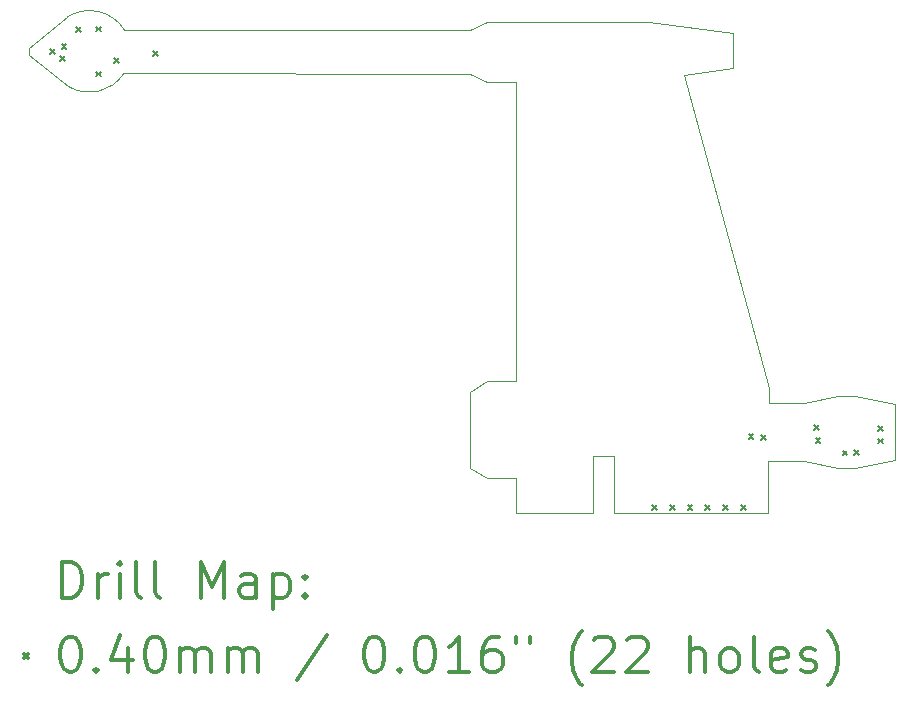
<source format=gbr>
%FSLAX45Y45*%
G04 Gerber Fmt 4.5, Leading zero omitted, Abs format (unit mm)*
G04 Created by KiCad (PCBNEW (5.1.5)-3) date 2021-01-14 21:29:15*
%MOMM*%
%LPD*%
G04 APERTURE LIST*
%TA.AperFunction,Profile*%
%ADD10C,0.050000*%
%TD*%
%ADD11C,0.200000*%
%ADD12C,0.300000*%
G04 APERTURE END LIST*
D10*
X14996724Y-9954045D02*
X14349765Y-9954045D01*
X11026688Y-6231181D02*
G75*
G02X10554765Y-6341545I-291923J184112D01*
G01*
X10549082Y-5753522D02*
G75*
G02X11032265Y-5866545I185683J-295524D01*
G01*
X16187567Y-6187951D02*
X15772651Y-6243067D01*
X15475609Y-5796514D02*
X16187568Y-5891089D01*
X14101363Y-5797637D02*
X14203116Y-5797637D01*
X13957852Y-5865936D02*
X14101363Y-5797637D01*
X15038928Y-5796514D02*
X15475609Y-5796514D01*
X16484645Y-9022434D02*
X16785085Y-9022434D01*
X16485195Y-8899346D02*
X16484645Y-9022434D01*
X14203116Y-5797637D02*
X15038928Y-5796514D01*
X15772651Y-6243067D02*
X16485195Y-8899346D01*
X16187568Y-5891089D02*
X16187567Y-6187951D01*
X17214480Y-9576484D02*
X17074570Y-9576484D01*
X16482447Y-9514996D02*
X16480487Y-9954046D01*
X13957851Y-9575336D02*
X13957852Y-8929338D01*
X16480487Y-9954046D02*
X15176724Y-9954045D01*
X15176725Y-9471579D02*
X14996725Y-9471579D01*
X15176724Y-9954045D02*
X15176725Y-9471579D01*
X17553402Y-9506750D02*
X17214480Y-9576484D01*
X14103148Y-9661506D02*
X13957851Y-9575336D01*
X14349765Y-9954045D02*
X14349765Y-9661506D01*
X14996725Y-9471579D02*
X14996724Y-9954045D01*
X16785085Y-9514996D02*
X16482447Y-9514996D01*
X14349765Y-9661506D02*
X14103148Y-9661506D01*
X17074570Y-9576484D02*
X16785085Y-9514996D01*
X17214480Y-8960947D02*
X17553402Y-9030681D01*
X16785085Y-9022434D02*
X17075765Y-8960947D01*
X17075765Y-8960947D02*
X17214480Y-8960947D01*
X17553402Y-9030681D02*
X17553402Y-9506750D01*
X14103149Y-8837627D02*
X14349765Y-8837627D01*
X10220058Y-6018497D02*
X10549082Y-5753521D01*
X13957852Y-8929338D02*
X14103149Y-8837627D01*
X14101363Y-6301298D02*
X13957852Y-6232998D01*
X13957852Y-6232998D02*
X11026688Y-6231181D01*
X14349765Y-8837627D02*
X14349766Y-6301298D01*
X10220058Y-6080436D02*
X10220058Y-6018497D01*
X11032265Y-5866545D02*
X13957852Y-5865936D01*
X14349766Y-6301298D02*
X14101363Y-6301298D01*
X10554765Y-6341545D02*
X10220058Y-6080436D01*
D11*
X10402265Y-6026545D02*
X10442265Y-6066545D01*
X10442265Y-6026545D02*
X10402265Y-6066545D01*
X10489296Y-6085996D02*
X10529296Y-6125996D01*
X10529296Y-6085996D02*
X10489296Y-6125996D01*
X10499765Y-5986545D02*
X10539765Y-6026545D01*
X10539765Y-5986545D02*
X10499765Y-6026545D01*
X10622265Y-5839045D02*
X10662265Y-5879045D01*
X10662265Y-5839045D02*
X10622265Y-5879045D01*
X10789765Y-6216545D02*
X10829765Y-6256545D01*
X10829765Y-6216545D02*
X10789765Y-6256545D01*
X10792265Y-5836545D02*
X10832265Y-5876545D01*
X10832265Y-5836545D02*
X10792265Y-5876545D01*
X10944765Y-6101545D02*
X10984765Y-6141545D01*
X10984765Y-6101545D02*
X10944765Y-6141545D01*
X11274765Y-6044045D02*
X11314765Y-6084045D01*
X11314765Y-6044045D02*
X11274765Y-6084045D01*
X16317265Y-9284045D02*
X16357265Y-9324045D01*
X16357265Y-9284045D02*
X16317265Y-9324045D01*
X16424765Y-9294045D02*
X16464765Y-9334045D01*
X16464765Y-9294045D02*
X16424765Y-9334045D01*
X16872265Y-9209045D02*
X16912265Y-9249045D01*
X16912265Y-9209045D02*
X16872265Y-9249045D01*
X16882265Y-9319045D02*
X16922265Y-9359045D01*
X16922265Y-9319045D02*
X16882265Y-9359045D01*
X17112306Y-9426901D02*
X17152306Y-9466901D01*
X17152306Y-9426901D02*
X17112306Y-9466901D01*
X17212265Y-9424045D02*
X17252265Y-9464045D01*
X17252265Y-9424045D02*
X17212265Y-9464045D01*
X17409765Y-9216545D02*
X17449765Y-9256545D01*
X17449765Y-9216545D02*
X17409765Y-9256545D01*
X17409765Y-9324045D02*
X17449765Y-9364045D01*
X17449765Y-9324045D02*
X17409765Y-9364045D01*
X15500000Y-9885000D02*
X15540000Y-9925000D01*
X15540000Y-9885000D02*
X15500000Y-9925000D01*
X15650000Y-9885000D02*
X15690000Y-9925000D01*
X15690000Y-9885000D02*
X15650000Y-9925000D01*
X15800000Y-9885000D02*
X15840000Y-9925000D01*
X15840000Y-9885000D02*
X15800000Y-9925000D01*
X15950000Y-9885000D02*
X15990000Y-9925000D01*
X15990000Y-9885000D02*
X15950000Y-9925000D01*
X16100000Y-9885000D02*
X16140000Y-9925000D01*
X16140000Y-9885000D02*
X16100000Y-9925000D01*
X16250000Y-9885000D02*
X16290000Y-9925000D01*
X16290000Y-9885000D02*
X16250000Y-9925000D01*
D12*
X10503987Y-10669759D02*
X10503987Y-10369759D01*
X10575415Y-10369759D01*
X10618272Y-10384045D01*
X10646844Y-10412617D01*
X10661130Y-10441188D01*
X10675415Y-10498331D01*
X10675415Y-10541188D01*
X10661130Y-10598331D01*
X10646844Y-10626902D01*
X10618272Y-10655474D01*
X10575415Y-10669759D01*
X10503987Y-10669759D01*
X10803987Y-10669759D02*
X10803987Y-10469759D01*
X10803987Y-10526902D02*
X10818272Y-10498331D01*
X10832558Y-10484045D01*
X10861130Y-10469759D01*
X10889701Y-10469759D01*
X10989701Y-10669759D02*
X10989701Y-10469759D01*
X10989701Y-10369759D02*
X10975415Y-10384045D01*
X10989701Y-10398331D01*
X11003987Y-10384045D01*
X10989701Y-10369759D01*
X10989701Y-10398331D01*
X11175415Y-10669759D02*
X11146844Y-10655474D01*
X11132558Y-10626902D01*
X11132558Y-10369759D01*
X11332558Y-10669759D02*
X11303987Y-10655474D01*
X11289701Y-10626902D01*
X11289701Y-10369759D01*
X11675415Y-10669759D02*
X11675415Y-10369759D01*
X11775415Y-10584045D01*
X11875415Y-10369759D01*
X11875415Y-10669759D01*
X12146844Y-10669759D02*
X12146844Y-10512617D01*
X12132558Y-10484045D01*
X12103987Y-10469759D01*
X12046844Y-10469759D01*
X12018272Y-10484045D01*
X12146844Y-10655474D02*
X12118272Y-10669759D01*
X12046844Y-10669759D01*
X12018272Y-10655474D01*
X12003987Y-10626902D01*
X12003987Y-10598331D01*
X12018272Y-10569759D01*
X12046844Y-10555474D01*
X12118272Y-10555474D01*
X12146844Y-10541188D01*
X12289701Y-10469759D02*
X12289701Y-10769759D01*
X12289701Y-10484045D02*
X12318272Y-10469759D01*
X12375415Y-10469759D01*
X12403987Y-10484045D01*
X12418272Y-10498331D01*
X12432558Y-10526902D01*
X12432558Y-10612617D01*
X12418272Y-10641188D01*
X12403987Y-10655474D01*
X12375415Y-10669759D01*
X12318272Y-10669759D01*
X12289701Y-10655474D01*
X12561129Y-10641188D02*
X12575415Y-10655474D01*
X12561129Y-10669759D01*
X12546844Y-10655474D01*
X12561129Y-10641188D01*
X12561129Y-10669759D01*
X12561129Y-10484045D02*
X12575415Y-10498331D01*
X12561129Y-10512617D01*
X12546844Y-10498331D01*
X12561129Y-10484045D01*
X12561129Y-10512617D01*
X10177558Y-11144045D02*
X10217558Y-11184045D01*
X10217558Y-11144045D02*
X10177558Y-11184045D01*
X10561130Y-10999759D02*
X10589701Y-10999759D01*
X10618272Y-11014045D01*
X10632558Y-11028331D01*
X10646844Y-11056902D01*
X10661130Y-11114045D01*
X10661130Y-11185474D01*
X10646844Y-11242617D01*
X10632558Y-11271188D01*
X10618272Y-11285474D01*
X10589701Y-11299759D01*
X10561130Y-11299759D01*
X10532558Y-11285474D01*
X10518272Y-11271188D01*
X10503987Y-11242617D01*
X10489701Y-11185474D01*
X10489701Y-11114045D01*
X10503987Y-11056902D01*
X10518272Y-11028331D01*
X10532558Y-11014045D01*
X10561130Y-10999759D01*
X10789701Y-11271188D02*
X10803987Y-11285474D01*
X10789701Y-11299759D01*
X10775415Y-11285474D01*
X10789701Y-11271188D01*
X10789701Y-11299759D01*
X11061130Y-11099759D02*
X11061130Y-11299759D01*
X10989701Y-10985474D02*
X10918272Y-11199759D01*
X11103987Y-11199759D01*
X11275415Y-10999759D02*
X11303987Y-10999759D01*
X11332558Y-11014045D01*
X11346844Y-11028331D01*
X11361129Y-11056902D01*
X11375415Y-11114045D01*
X11375415Y-11185474D01*
X11361129Y-11242617D01*
X11346844Y-11271188D01*
X11332558Y-11285474D01*
X11303987Y-11299759D01*
X11275415Y-11299759D01*
X11246844Y-11285474D01*
X11232558Y-11271188D01*
X11218272Y-11242617D01*
X11203987Y-11185474D01*
X11203987Y-11114045D01*
X11218272Y-11056902D01*
X11232558Y-11028331D01*
X11246844Y-11014045D01*
X11275415Y-10999759D01*
X11503987Y-11299759D02*
X11503987Y-11099759D01*
X11503987Y-11128331D02*
X11518272Y-11114045D01*
X11546844Y-11099759D01*
X11589701Y-11099759D01*
X11618272Y-11114045D01*
X11632558Y-11142617D01*
X11632558Y-11299759D01*
X11632558Y-11142617D02*
X11646844Y-11114045D01*
X11675415Y-11099759D01*
X11718272Y-11099759D01*
X11746844Y-11114045D01*
X11761129Y-11142617D01*
X11761129Y-11299759D01*
X11903987Y-11299759D02*
X11903987Y-11099759D01*
X11903987Y-11128331D02*
X11918272Y-11114045D01*
X11946844Y-11099759D01*
X11989701Y-11099759D01*
X12018272Y-11114045D01*
X12032558Y-11142617D01*
X12032558Y-11299759D01*
X12032558Y-11142617D02*
X12046844Y-11114045D01*
X12075415Y-11099759D01*
X12118272Y-11099759D01*
X12146844Y-11114045D01*
X12161129Y-11142617D01*
X12161129Y-11299759D01*
X12746844Y-10985474D02*
X12489701Y-11371188D01*
X13132558Y-10999759D02*
X13161129Y-10999759D01*
X13189701Y-11014045D01*
X13203987Y-11028331D01*
X13218272Y-11056902D01*
X13232558Y-11114045D01*
X13232558Y-11185474D01*
X13218272Y-11242617D01*
X13203987Y-11271188D01*
X13189701Y-11285474D01*
X13161129Y-11299759D01*
X13132558Y-11299759D01*
X13103987Y-11285474D01*
X13089701Y-11271188D01*
X13075415Y-11242617D01*
X13061129Y-11185474D01*
X13061129Y-11114045D01*
X13075415Y-11056902D01*
X13089701Y-11028331D01*
X13103987Y-11014045D01*
X13132558Y-10999759D01*
X13361129Y-11271188D02*
X13375415Y-11285474D01*
X13361129Y-11299759D01*
X13346844Y-11285474D01*
X13361129Y-11271188D01*
X13361129Y-11299759D01*
X13561129Y-10999759D02*
X13589701Y-10999759D01*
X13618272Y-11014045D01*
X13632558Y-11028331D01*
X13646844Y-11056902D01*
X13661129Y-11114045D01*
X13661129Y-11185474D01*
X13646844Y-11242617D01*
X13632558Y-11271188D01*
X13618272Y-11285474D01*
X13589701Y-11299759D01*
X13561129Y-11299759D01*
X13532558Y-11285474D01*
X13518272Y-11271188D01*
X13503987Y-11242617D01*
X13489701Y-11185474D01*
X13489701Y-11114045D01*
X13503987Y-11056902D01*
X13518272Y-11028331D01*
X13532558Y-11014045D01*
X13561129Y-10999759D01*
X13946844Y-11299759D02*
X13775415Y-11299759D01*
X13861129Y-11299759D02*
X13861129Y-10999759D01*
X13832558Y-11042617D01*
X13803987Y-11071188D01*
X13775415Y-11085474D01*
X14203987Y-10999759D02*
X14146844Y-10999759D01*
X14118272Y-11014045D01*
X14103987Y-11028331D01*
X14075415Y-11071188D01*
X14061129Y-11128331D01*
X14061129Y-11242617D01*
X14075415Y-11271188D01*
X14089701Y-11285474D01*
X14118272Y-11299759D01*
X14175415Y-11299759D01*
X14203987Y-11285474D01*
X14218272Y-11271188D01*
X14232558Y-11242617D01*
X14232558Y-11171188D01*
X14218272Y-11142617D01*
X14203987Y-11128331D01*
X14175415Y-11114045D01*
X14118272Y-11114045D01*
X14089701Y-11128331D01*
X14075415Y-11142617D01*
X14061129Y-11171188D01*
X14346844Y-10999759D02*
X14346844Y-11056902D01*
X14461129Y-10999759D02*
X14461129Y-11056902D01*
X14903987Y-11414045D02*
X14889701Y-11399759D01*
X14861129Y-11356902D01*
X14846844Y-11328331D01*
X14832558Y-11285474D01*
X14818272Y-11214045D01*
X14818272Y-11156902D01*
X14832558Y-11085474D01*
X14846844Y-11042617D01*
X14861129Y-11014045D01*
X14889701Y-10971188D01*
X14903987Y-10956902D01*
X15003987Y-11028331D02*
X15018272Y-11014045D01*
X15046844Y-10999759D01*
X15118272Y-10999759D01*
X15146844Y-11014045D01*
X15161129Y-11028331D01*
X15175415Y-11056902D01*
X15175415Y-11085474D01*
X15161129Y-11128331D01*
X14989701Y-11299759D01*
X15175415Y-11299759D01*
X15289701Y-11028331D02*
X15303987Y-11014045D01*
X15332558Y-10999759D01*
X15403987Y-10999759D01*
X15432558Y-11014045D01*
X15446844Y-11028331D01*
X15461129Y-11056902D01*
X15461129Y-11085474D01*
X15446844Y-11128331D01*
X15275415Y-11299759D01*
X15461129Y-11299759D01*
X15818272Y-11299759D02*
X15818272Y-10999759D01*
X15946844Y-11299759D02*
X15946844Y-11142617D01*
X15932558Y-11114045D01*
X15903987Y-11099759D01*
X15861129Y-11099759D01*
X15832558Y-11114045D01*
X15818272Y-11128331D01*
X16132558Y-11299759D02*
X16103987Y-11285474D01*
X16089701Y-11271188D01*
X16075415Y-11242617D01*
X16075415Y-11156902D01*
X16089701Y-11128331D01*
X16103987Y-11114045D01*
X16132558Y-11099759D01*
X16175415Y-11099759D01*
X16203987Y-11114045D01*
X16218272Y-11128331D01*
X16232558Y-11156902D01*
X16232558Y-11242617D01*
X16218272Y-11271188D01*
X16203987Y-11285474D01*
X16175415Y-11299759D01*
X16132558Y-11299759D01*
X16403987Y-11299759D02*
X16375415Y-11285474D01*
X16361129Y-11256902D01*
X16361129Y-10999759D01*
X16632558Y-11285474D02*
X16603987Y-11299759D01*
X16546844Y-11299759D01*
X16518272Y-11285474D01*
X16503987Y-11256902D01*
X16503987Y-11142617D01*
X16518272Y-11114045D01*
X16546844Y-11099759D01*
X16603987Y-11099759D01*
X16632558Y-11114045D01*
X16646844Y-11142617D01*
X16646844Y-11171188D01*
X16503987Y-11199759D01*
X16761129Y-11285474D02*
X16789701Y-11299759D01*
X16846844Y-11299759D01*
X16875415Y-11285474D01*
X16889701Y-11256902D01*
X16889701Y-11242617D01*
X16875415Y-11214045D01*
X16846844Y-11199759D01*
X16803987Y-11199759D01*
X16775415Y-11185474D01*
X16761129Y-11156902D01*
X16761129Y-11142617D01*
X16775415Y-11114045D01*
X16803987Y-11099759D01*
X16846844Y-11099759D01*
X16875415Y-11114045D01*
X16989701Y-11414045D02*
X17003987Y-11399759D01*
X17032558Y-11356902D01*
X17046844Y-11328331D01*
X17061130Y-11285474D01*
X17075415Y-11214045D01*
X17075415Y-11156902D01*
X17061130Y-11085474D01*
X17046844Y-11042617D01*
X17032558Y-11014045D01*
X17003987Y-10971188D01*
X16989701Y-10956902D01*
M02*

</source>
